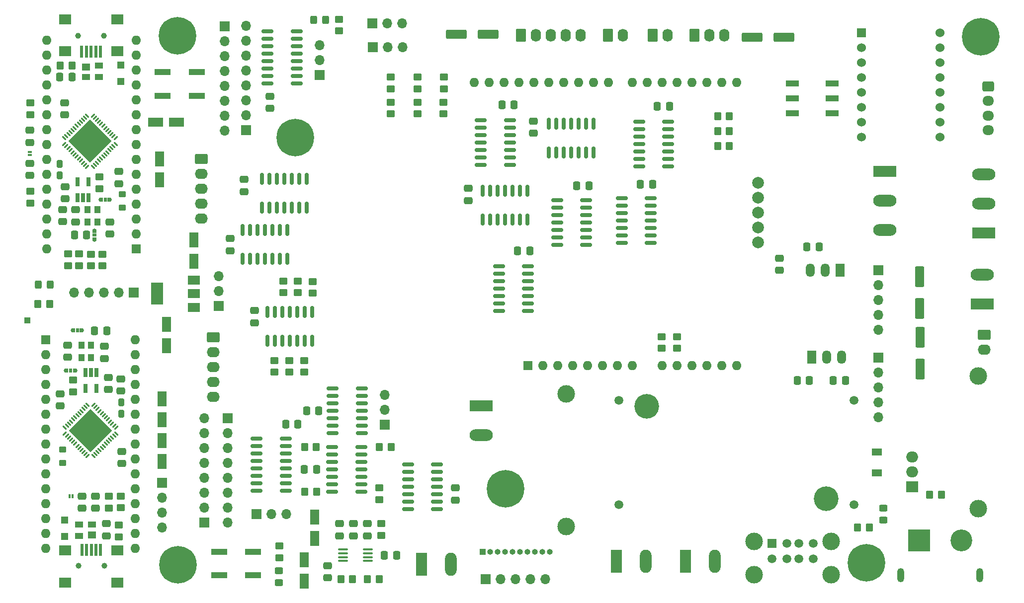
<source format=gbr>
%TF.GenerationSoftware,KiCad,Pcbnew,(6.0.0)*%
%TF.CreationDate,2022-05-16T13:53:17+01:00*%
%TF.ProjectId,RemoteLabs_supervisor_PCB,52656d6f-7465-44c6-9162-735f73757065,rev?*%
%TF.SameCoordinates,Original*%
%TF.FileFunction,Soldermask,Top*%
%TF.FilePolarity,Negative*%
%FSLAX46Y46*%
G04 Gerber Fmt 4.6, Leading zero omitted, Abs format (unit mm)*
G04 Created by KiCad (PCBNEW (6.0.0)) date 2022-05-16 13:53:17*
%MOMM*%
%LPD*%
G01*
G04 APERTURE LIST*
G04 Aperture macros list*
%AMRoundRect*
0 Rectangle with rounded corners*
0 $1 Rounding radius*
0 $2 $3 $4 $5 $6 $7 $8 $9 X,Y pos of 4 corners*
0 Add a 4 corners polygon primitive as box body*
4,1,4,$2,$3,$4,$5,$6,$7,$8,$9,$2,$3,0*
0 Add four circle primitives for the rounded corners*
1,1,$1+$1,$2,$3*
1,1,$1+$1,$4,$5*
1,1,$1+$1,$6,$7*
1,1,$1+$1,$8,$9*
0 Add four rect primitives between the rounded corners*
20,1,$1+$1,$2,$3,$4,$5,0*
20,1,$1+$1,$4,$5,$6,$7,0*
20,1,$1+$1,$6,$7,$8,$9,0*
20,1,$1+$1,$8,$9,$2,$3,0*%
%AMRotRect*
0 Rectangle, with rotation*
0 The origin of the aperture is its center*
0 $1 length*
0 $2 width*
0 $3 Rotation angle, in degrees counterclockwise*
0 Add horizontal line*
21,1,$1,$2,0,0,$3*%
%AMFreePoly0*
4,1,16,0.190500,0.378647,0.305577,0.360421,0.411221,0.306592,0.495061,0.222752,0.548890,0.117108,0.567438,0.000000,0.548890,-0.117108,0.495061,-0.222752,0.411221,-0.306592,0.305577,-0.360421,0.190500,-0.378647,0.190500,-0.380000,-0.190500,-0.380000,-0.190500,0.380000,0.190500,0.380000,0.190500,0.378647,0.190500,0.378647,$1*%
G04 Aperture macros list end*
%ADD10R,1.700000X1.700000*%
%ADD11O,1.700000X1.700000*%
%ADD12RoundRect,0.250000X-0.350000X-0.450000X0.350000X-0.450000X0.350000X0.450000X-0.350000X0.450000X0*%
%ADD13RoundRect,0.250000X-0.475000X0.337500X-0.475000X-0.337500X0.475000X-0.337500X0.475000X0.337500X0*%
%ADD14RoundRect,0.250000X-0.550000X1.050000X-0.550000X-1.050000X0.550000X-1.050000X0.550000X1.050000X0*%
%ADD15RoundRect,0.250000X0.337500X0.475000X-0.337500X0.475000X-0.337500X-0.475000X0.337500X-0.475000X0*%
%ADD16RoundRect,0.250000X-0.725000X0.600000X-0.725000X-0.600000X0.725000X-0.600000X0.725000X0.600000X0*%
%ADD17O,1.950000X1.700000*%
%ADD18RoundRect,0.250000X0.475000X-0.337500X0.475000X0.337500X-0.475000X0.337500X-0.475000X-0.337500X0*%
%ADD19C,3.000000*%
%ADD20RoundRect,0.250000X-0.550000X1.500000X-0.550000X-1.500000X0.550000X-1.500000X0.550000X1.500000X0*%
%ADD21RoundRect,0.150000X0.825000X0.150000X-0.825000X0.150000X-0.825000X-0.150000X0.825000X-0.150000X0*%
%ADD22RoundRect,0.250000X0.450000X-0.350000X0.450000X0.350000X-0.450000X0.350000X-0.450000X-0.350000X0*%
%ADD23R,1.980000X3.960000*%
%ADD24O,1.980000X3.960000*%
%ADD25RoundRect,0.250000X-0.450000X0.350000X-0.450000X-0.350000X0.450000X-0.350000X0.450000X0.350000X0*%
%ADD26FreePoly0,180.000000*%
%ADD27R,0.500000X0.762000*%
%ADD28FreePoly0,0.000000*%
%ADD29R,3.960000X1.980000*%
%ADD30O,3.960000X1.980000*%
%ADD31RoundRect,0.150000X-0.825000X-0.150000X0.825000X-0.150000X0.825000X0.150000X-0.825000X0.150000X0*%
%ADD32RoundRect,0.250000X-0.620000X-0.845000X0.620000X-0.845000X0.620000X0.845000X-0.620000X0.845000X0*%
%ADD33O,1.740000X2.190000*%
%ADD34R,1.700000X1.300000*%
%ADD35R,1.500000X2.300000*%
%ADD36O,1.500000X2.300000*%
%ADD37R,1.000000X1.000000*%
%ADD38O,1.000000X1.000000*%
%ADD39RoundRect,0.250000X-0.845000X0.620000X-0.845000X-0.620000X0.845000X-0.620000X0.845000X0.620000X0*%
%ADD40O,2.190000X1.740000*%
%ADD41RoundRect,0.150000X0.150000X-0.825000X0.150000X0.825000X-0.150000X0.825000X-0.150000X-0.825000X0*%
%ADD42R,1.100000X1.300000*%
%ADD43RoundRect,0.250000X-0.337500X-0.475000X0.337500X-0.475000X0.337500X0.475000X-0.337500X0.475000X0*%
%ADD44RoundRect,0.250000X0.350000X0.450000X-0.350000X0.450000X-0.350000X-0.450000X0.350000X-0.450000X0*%
%ADD45C,0.800000*%
%ADD46C,6.400000*%
%ADD47RoundRect,0.250000X-0.275000X0.400000X-0.275000X-0.400000X0.275000X-0.400000X0.275000X0.400000X0*%
%ADD48RoundRect,0.250000X0.550000X-1.050000X0.550000X1.050000X-0.550000X1.050000X-0.550000X-1.050000X0*%
%ADD49C,4.200000*%
%ADD50C,1.500000*%
%ADD51RoundRect,0.250000X-0.325000X-0.450000X0.325000X-0.450000X0.325000X0.450000X-0.325000X0.450000X0*%
%ADD52RoundRect,0.250000X0.275000X-0.400000X0.275000X0.400000X-0.275000X0.400000X-0.275000X-0.400000X0*%
%ADD53R,1.600000X1.600000*%
%ADD54O,1.600000X1.600000*%
%ADD55R,0.650000X1.560000*%
%ADD56RoundRect,0.250000X0.450000X-0.325000X0.450000X0.325000X-0.450000X0.325000X-0.450000X-0.325000X0*%
%ADD57RoundRect,0.250000X-1.500000X-0.550000X1.500000X-0.550000X1.500000X0.550000X-1.500000X0.550000X0*%
%ADD58R,1.400000X1.200000*%
%ADD59R,1.400000X1.000000*%
%ADD60RoundRect,0.250000X0.550000X-1.500000X0.550000X1.500000X-0.550000X1.500000X-0.550000X-1.500000X0*%
%ADD61R,2.000000X1.500000*%
%ADD62R,2.000000X3.800000*%
%ADD63C,3.716000*%
%ADD64R,3.716000X3.716000*%
%ADD65O,1.200000X2.400000*%
%ADD66RoundRect,0.100000X-0.712500X-0.100000X0.712500X-0.100000X0.712500X0.100000X-0.712500X0.100000X0*%
%ADD67R,2.800000X1.000000*%
%ADD68RoundRect,0.062500X-0.309359X0.220971X0.220971X-0.309359X0.309359X-0.220971X-0.220971X0.309359X0*%
%ADD69RoundRect,0.062500X-0.309359X-0.220971X-0.220971X-0.309359X0.309359X0.220971X0.220971X0.309359X0*%
%ADD70RotRect,5.150000X5.150000X315.000000*%
%ADD71C,1.000000*%
%ADD72R,0.500000X2.000000*%
%ADD73R,2.000000X1.700000*%
%ADD74C,2.000000*%
%ADD75RoundRect,0.250000X-1.050000X-0.550000X1.050000X-0.550000X1.050000X0.550000X-1.050000X0.550000X0*%
%ADD76FreePoly0,270.000000*%
%ADD77R,0.762000X0.500000*%
%ADD78FreePoly0,90.000000*%
%ADD79R,1.200000X1.200000*%
%ADD80R,2.000000X1.905000*%
%ADD81O,2.000000X1.905000*%
%ADD82RoundRect,0.250000X-0.350000X0.275000X-0.350000X-0.275000X0.350000X-0.275000X0.350000X0.275000X0*%
%ADD83RoundRect,0.062500X0.309359X-0.220971X-0.220971X0.309359X-0.309359X0.220971X0.220971X-0.309359X0*%
%ADD84RoundRect,0.062500X0.309359X0.220971X0.220971X0.309359X-0.309359X-0.220971X-0.220971X-0.309359X0*%
%ADD85RotRect,5.150000X5.150000X135.000000*%
%ADD86R,0.306000X0.692500*%
%ADD87R,0.306000X0.698500*%
%ADD88R,2.160000X1.120000*%
%ADD89R,1.500000X1.500000*%
%ADD90RoundRect,0.250000X0.350000X-0.275000X0.350000X0.275000X-0.350000X0.275000X-0.350000X-0.275000X0*%
%ADD91R,1.524000X1.524000*%
%ADD92C,1.524000*%
%ADD93R,0.692500X0.306000*%
%ADD94R,0.698500X0.306000*%
G04 APERTURE END LIST*
D10*
%TO.C,J20*%
X110439200Y-24942800D03*
D11*
X112979200Y-24942800D03*
X115519200Y-24942800D03*
%TD*%
D12*
%TO.C,R11*%
X169291000Y-40843200D03*
X171291000Y-40843200D03*
%TD*%
D13*
%TO.C,C16*%
X58166000Y-52810500D03*
X58166000Y-54885500D03*
%TD*%
%TO.C,C38*%
X90373200Y-73948800D03*
X90373200Y-76023800D03*
%TD*%
D14*
%TO.C,EC4*%
X74676000Y-96062800D03*
X74676000Y-99662800D03*
%TD*%
D15*
%TO.C,C28*%
X134612200Y-38862000D03*
X132537200Y-38862000D03*
%TD*%
D16*
%TO.C,J19*%
X215392000Y-35690800D03*
D17*
X215392000Y-38190800D03*
X215392000Y-40690800D03*
X215392000Y-43190800D03*
%TD*%
D18*
%TO.C,C33*%
X104851200Y-112311000D03*
X104851200Y-110236000D03*
%TD*%
D19*
%TO.C,F2*%
X143510000Y-88138000D03*
X143510000Y-110738000D03*
%TD*%
D20*
%TO.C,EC9*%
X203758800Y-78521600D03*
X203758800Y-83921600D03*
%TD*%
D21*
%TO.C,U7*%
X97572600Y-35179000D03*
X97572600Y-33909000D03*
X97572600Y-32639000D03*
X97572600Y-31369000D03*
X97572600Y-30099000D03*
X97572600Y-28829000D03*
X97572600Y-27559000D03*
X97572600Y-26289000D03*
X92622600Y-26289000D03*
X92622600Y-27559000D03*
X92622600Y-28829000D03*
X92622600Y-30099000D03*
X92622600Y-31369000D03*
X92622600Y-32639000D03*
X92622600Y-33909000D03*
X92622600Y-35179000D03*
%TD*%
D22*
%TO.C,R35*%
X111658400Y-106172000D03*
X111658400Y-104172000D03*
%TD*%
D13*
%TO.C,C18*%
X57708800Y-56692800D03*
X57708800Y-58767800D03*
%TD*%
D23*
%TO.C,J31*%
X152044400Y-116636800D03*
D24*
X157044400Y-116636800D03*
%TD*%
D25*
%TO.C,R4*%
X67665600Y-105562400D03*
X67665600Y-107562400D03*
%TD*%
D26*
%TO.C,JP6*%
X64399669Y-55067200D03*
D27*
X64973200Y-55067200D03*
D28*
X65544700Y-55067200D03*
%TD*%
D29*
%TO.C,J17*%
X197805200Y-50178600D03*
D30*
X197805200Y-55178600D03*
X197805200Y-60178600D03*
%TD*%
D10*
%TO.C,J15*%
X101498400Y-33782000D03*
D11*
X101498400Y-31242000D03*
X101498400Y-28702000D03*
%TD*%
D31*
%TO.C,U10*%
X132043400Y-66344800D03*
X132043400Y-67614800D03*
X132043400Y-68884800D03*
X132043400Y-70154800D03*
X132043400Y-71424800D03*
X132043400Y-72694800D03*
X132043400Y-73964800D03*
X136993400Y-73964800D03*
X136993400Y-72694800D03*
X136993400Y-71424800D03*
X136993400Y-70154800D03*
X136993400Y-68884800D03*
X136993400Y-67614800D03*
X136993400Y-66344800D03*
%TD*%
D32*
%TO.C,J24*%
X158242000Y-27025600D03*
D33*
X160782000Y-27025600D03*
%TD*%
D18*
%TO.C,C4*%
X65481200Y-87376000D03*
X65481200Y-85301000D03*
%TD*%
D12*
%TO.C,R32*%
X98974400Y-104851200D03*
X100974400Y-104851200D03*
%TD*%
D15*
%TO.C,C24*%
X161072600Y-39116000D03*
X158997600Y-39116000D03*
%TD*%
D34*
%TO.C,D1*%
X196392800Y-98072000D03*
X196392800Y-101572000D03*
%TD*%
D35*
%TO.C,U18*%
X190144400Y-67056000D03*
D36*
X187604400Y-67056000D03*
X185064400Y-67056000D03*
%TD*%
D13*
%TO.C,C11*%
X57302400Y-88116500D03*
X57302400Y-90191500D03*
%TD*%
D10*
%TO.C,J9*%
X74625200Y-103286400D03*
D11*
X74625200Y-105826400D03*
X74625200Y-108366400D03*
X74625200Y-110906400D03*
%TD*%
D13*
%TO.C,C40*%
X86258400Y-61671200D03*
X86258400Y-63746200D03*
%TD*%
D32*
%TO.C,J23*%
X150622000Y-26994800D03*
D33*
X153162000Y-26994800D03*
%TD*%
D10*
%TO.C,J14*%
X89001600Y-43180000D03*
D11*
X89001600Y-40640000D03*
X89001600Y-38100000D03*
X89001600Y-35560000D03*
X89001600Y-33020000D03*
X89001600Y-30480000D03*
X89001600Y-27940000D03*
X89001600Y-25400000D03*
%TD*%
D18*
%TO.C,C8*%
X67614800Y-87651500D03*
X67614800Y-85576500D03*
%TD*%
D15*
%TO.C,C10*%
X191051000Y-85852000D03*
X188976000Y-85852000D03*
%TD*%
D23*
%TO.C,J30*%
X163830000Y-116636800D03*
D24*
X168830000Y-116636800D03*
%TD*%
D37*
%TO.C,J32*%
X129250600Y-115062000D03*
D38*
X130520600Y-115062000D03*
X131790600Y-115062000D03*
X133060600Y-115062000D03*
X134330600Y-115062000D03*
X135600600Y-115062000D03*
X136870600Y-115062000D03*
X138140600Y-115062000D03*
X139410600Y-115062000D03*
X140680600Y-115062000D03*
%TD*%
D25*
%TO.C,R39*%
X104800400Y-24282400D03*
X104800400Y-26282400D03*
%TD*%
%TO.C,R21*%
X113588800Y-34153600D03*
X113588800Y-36153600D03*
%TD*%
D39*
%TO.C,J26*%
X83362800Y-78486000D03*
D40*
X83362800Y-81026000D03*
X83362800Y-83566000D03*
X83362800Y-86106000D03*
X83362800Y-88646000D03*
%TD*%
D22*
%TO.C,R27*%
X93827600Y-84434200D03*
X93827600Y-82434200D03*
%TD*%
D41*
%TO.C,U8*%
X129235200Y-58456600D03*
X130505200Y-58456600D03*
X131775200Y-58456600D03*
X133045200Y-58456600D03*
X134315200Y-58456600D03*
X135585200Y-58456600D03*
X136855200Y-58456600D03*
X136855200Y-53506600D03*
X135585200Y-53506600D03*
X134315200Y-53506600D03*
X133045200Y-53506600D03*
X131775200Y-53506600D03*
X130505200Y-53506600D03*
X129235200Y-53506600D03*
%TD*%
D31*
%TO.C,U14*%
X152980300Y-54813200D03*
X152980300Y-56083200D03*
X152980300Y-57353200D03*
X152980300Y-58623200D03*
X152980300Y-59893200D03*
X152980300Y-61163200D03*
X152980300Y-62433200D03*
X157930300Y-62433200D03*
X157930300Y-61163200D03*
X157930300Y-59893200D03*
X157930300Y-58623200D03*
X157930300Y-57353200D03*
X157930300Y-56083200D03*
X157930300Y-54813200D03*
%TD*%
D18*
%TO.C,C34*%
X102870000Y-119481600D03*
X102870000Y-117406600D03*
%TD*%
D42*
%TO.C,X2*%
X63652400Y-58826400D03*
X63652400Y-56726400D03*
X62002400Y-56726400D03*
X62002400Y-58826400D03*
%TD*%
D10*
%TO.C,J29*%
X84328000Y-73137000D03*
D11*
X84328000Y-70597000D03*
X84328000Y-68057000D03*
%TD*%
D43*
%TO.C,C12*%
X95707200Y-93319600D03*
X97782200Y-93319600D03*
%TD*%
D44*
%TO.C,R33*%
X113674400Y-97231200D03*
X111674400Y-97231200D03*
%TD*%
%TO.C,R14*%
X111645200Y-119684800D03*
X109645200Y-119684800D03*
%TD*%
D25*
%TO.C,R3*%
X65633600Y-105578400D03*
X65633600Y-107578400D03*
%TD*%
D13*
%TO.C,C1B1*%
X52171600Y-48818800D03*
X52171600Y-50893800D03*
%TD*%
D23*
%TO.C,J22*%
X118872000Y-117195600D03*
D24*
X123872000Y-117195600D03*
%TD*%
D45*
%TO.C,H5*%
X131449744Y-105989456D03*
X131449744Y-102595344D03*
X134843856Y-102595344D03*
X133146800Y-106692400D03*
D46*
X133146800Y-104292400D03*
D45*
X130746800Y-104292400D03*
X134843856Y-105989456D03*
X135546800Y-104292400D03*
X133146800Y-101892400D03*
%TD*%
D47*
%TO.C,C7*%
X67716400Y-89550600D03*
X67716400Y-91500600D03*
%TD*%
D10*
%TO.C,J21*%
X110540800Y-29057600D03*
D11*
X113080800Y-29057600D03*
X115620800Y-29057600D03*
%TD*%
D15*
%TO.C,C25*%
X137312400Y-63754000D03*
X135237400Y-63754000D03*
%TD*%
D48*
%TO.C,EC6*%
X74269600Y-51663600D03*
X74269600Y-48063600D03*
%TD*%
D49*
%TO.C,A5*%
X157251400Y-90271600D03*
X187782200Y-106019600D03*
D50*
X192506600Y-89204800D03*
X192506600Y-106984800D03*
X152501600Y-89204800D03*
X152501600Y-106984800D03*
%TD*%
D32*
%TO.C,J2*%
X165303200Y-27025600D03*
D33*
X167843200Y-27025600D03*
X170383200Y-27025600D03*
%TD*%
D25*
%TO.C,R30*%
X95300800Y-68884800D03*
X95300800Y-70884800D03*
%TD*%
D13*
%TO.C,C1A1*%
X52171600Y-43187800D03*
X52171600Y-45262800D03*
%TD*%
D25*
%TO.C,R31*%
X97815400Y-68897800D03*
X97815400Y-70897800D03*
%TD*%
D48*
%TO.C,EC3*%
X74676000Y-92579600D03*
X74676000Y-88979600D03*
%TD*%
D41*
%TO.C,U9*%
X140563600Y-47012400D03*
X141833600Y-47012400D03*
X143103600Y-47012400D03*
X144373600Y-47012400D03*
X145643600Y-47012400D03*
X146913600Y-47012400D03*
X148183600Y-47012400D03*
X148183600Y-42062400D03*
X146913600Y-42062400D03*
X145643600Y-42062400D03*
X144373600Y-42062400D03*
X143103600Y-42062400D03*
X141833600Y-42062400D03*
X140563600Y-42062400D03*
%TD*%
D18*
%TO.C,C9*%
X67767200Y-99995900D03*
X67767200Y-97920900D03*
%TD*%
D19*
%TO.C,F1*%
X213715600Y-107696000D03*
X213715600Y-85096000D03*
%TD*%
D25*
%TO.C,R40*%
X59537600Y-85801200D03*
X59537600Y-87801200D03*
%TD*%
D10*
%TO.C,J10*%
X85852000Y-92303600D03*
D11*
X85852000Y-94843600D03*
X85852000Y-97383600D03*
X85852000Y-99923600D03*
X85852000Y-102463600D03*
X85852000Y-105003600D03*
X85852000Y-107543600D03*
X85852000Y-110083600D03*
%TD*%
D13*
%TO.C,C32*%
X107238800Y-110236000D03*
X107238800Y-112311000D03*
%TD*%
D22*
%TO.C,R25*%
X64465200Y-66312800D03*
X64465200Y-64312800D03*
%TD*%
D45*
%TO.C,H1*%
X78963856Y-25430144D03*
X79666800Y-27127200D03*
X78963856Y-28824256D03*
X74866800Y-27127200D03*
X77266800Y-24727200D03*
X77266800Y-29527200D03*
D46*
X77266800Y-27127200D03*
D45*
X75569744Y-25430144D03*
X75569744Y-28824256D03*
%TD*%
D13*
%TO.C,C19*%
X58064400Y-38514200D03*
X58064400Y-40589200D03*
%TD*%
D29*
%TO.C,J16*%
X128981200Y-90148200D03*
D30*
X128981200Y-95148200D03*
%TD*%
D43*
%TO.C,C35*%
X112522000Y-115620800D03*
X114597000Y-115620800D03*
%TD*%
D15*
%TO.C,C20*%
X61815800Y-61010800D03*
X59740800Y-61010800D03*
%TD*%
D29*
%TO.C,J18*%
X214579200Y-60706000D03*
D30*
X214579200Y-55706000D03*
X214579200Y-50706000D03*
%TD*%
D10*
%TO.C,J33*%
X196646800Y-81991200D03*
D11*
X196646800Y-84531200D03*
X196646800Y-87071200D03*
X196646800Y-89611200D03*
X196646800Y-92151200D03*
%TD*%
D45*
%TO.C,H2*%
X79065456Y-115549344D03*
X79768400Y-117246400D03*
X77368400Y-119646400D03*
X77368400Y-114846400D03*
X79065456Y-118943456D03*
X75671344Y-115549344D03*
X74968400Y-117246400D03*
D46*
X77368400Y-117246400D03*
D45*
X75671344Y-118943456D03*
%TD*%
D51*
%TO.C,D9*%
X100482400Y-24384000D03*
X102532400Y-24384000D03*
%TD*%
D25*
%TO.C,R29*%
X100355400Y-68962800D03*
X100355400Y-70962800D03*
%TD*%
D12*
%TO.C,R36*%
X193106800Y-110896400D03*
X195106800Y-110896400D03*
%TD*%
D26*
%TO.C,JP3*%
X58506869Y-84175600D03*
D27*
X59080400Y-84175600D03*
D28*
X59651900Y-84175600D03*
%TD*%
D15*
%TO.C,C43*%
X100974400Y-101041200D03*
X98899400Y-101041200D03*
%TD*%
D22*
%TO.C,R24*%
X62534800Y-66312800D03*
X62534800Y-64312800D03*
%TD*%
%TO.C,R41*%
X64008000Y-53171600D03*
X64008000Y-51171600D03*
%TD*%
D52*
%TO.C,C17*%
X57251600Y-50911400D03*
X57251600Y-48961400D03*
%TD*%
D18*
%TO.C,C21*%
X67259200Y-52294700D03*
X67259200Y-50219700D03*
%TD*%
D53*
%TO.C,A2*%
X70231000Y-63432923D03*
D54*
X70231000Y-60892923D03*
X70231000Y-58352923D03*
X70231000Y-55812923D03*
X70231000Y-53272923D03*
X70231000Y-50732923D03*
X70231000Y-48192923D03*
X70231000Y-45652923D03*
X70231000Y-43112923D03*
X70231000Y-40572923D03*
X70231000Y-38032923D03*
X70231000Y-35492923D03*
X70231000Y-32952923D03*
X70231000Y-30412923D03*
X70231000Y-27872923D03*
X54991000Y-27872923D03*
X54991000Y-30412923D03*
X54991000Y-32952923D03*
X54991000Y-35492923D03*
X54991000Y-38032923D03*
X54991000Y-40572923D03*
X54991000Y-43112923D03*
X54991000Y-45652923D03*
X54991000Y-48192923D03*
X54991000Y-50732923D03*
X54991000Y-53272923D03*
X54991000Y-55812923D03*
X54991000Y-58352923D03*
X54991000Y-60892923D03*
X54991000Y-63432923D03*
%TD*%
D55*
%TO.C,U23*%
X60264000Y-54690000D03*
X61214000Y-54690000D03*
X62164000Y-54690000D03*
X62164000Y-51990000D03*
X60264000Y-51990000D03*
%TD*%
D44*
%TO.C,R6*%
X207384400Y-105359200D03*
X205384400Y-105359200D03*
%TD*%
D56*
%TO.C,D8*%
X94589600Y-120345200D03*
X94589600Y-118295200D03*
%TD*%
D22*
%TO.C,R38*%
X94640400Y-116078000D03*
X94640400Y-114078000D03*
%TD*%
%TO.C,R26*%
X96367600Y-84434200D03*
X96367600Y-82434200D03*
%TD*%
D14*
%TO.C,EC7*%
X98907600Y-116433600D03*
X98907600Y-120033600D03*
%TD*%
D13*
%TO.C,C39*%
X88595200Y-51590400D03*
X88595200Y-53665400D03*
%TD*%
D57*
%TO.C,EC10*%
X124815600Y-26822400D03*
X130215600Y-26822400D03*
%TD*%
D10*
%TO.C,J36*%
X69850000Y-70866000D03*
D11*
X67310000Y-70866000D03*
X64770000Y-70866000D03*
X62230000Y-70866000D03*
X59690000Y-70866000D03*
%TD*%
D13*
%TO.C,C29*%
X126847600Y-53100200D03*
X126847600Y-55175200D03*
%TD*%
D25*
%TO.C,R12*%
X159766000Y-78365600D03*
X159766000Y-80365600D03*
%TD*%
D58*
%TO.C,D4*%
X61722000Y-32387200D03*
D59*
X61722000Y-34107200D03*
X63922000Y-34107200D03*
X63922000Y-32207200D03*
%TD*%
D25*
%TO.C,R7*%
X67310000Y-110522000D03*
X67310000Y-112522000D03*
%TD*%
D58*
%TO.C,D3*%
X62687200Y-112166400D03*
D59*
X62687200Y-110446400D03*
X60487200Y-110446400D03*
X60487200Y-112346400D03*
%TD*%
D60*
%TO.C,EC11*%
X203708000Y-73558400D03*
X203708000Y-68158400D03*
%TD*%
D22*
%TO.C,R1*%
X52222400Y-40522400D03*
X52222400Y-38522400D03*
%TD*%
D15*
%TO.C,C42*%
X101367500Y-91033600D03*
X99292500Y-91033600D03*
%TD*%
D37*
%TO.C,J28*%
X51714400Y-75590400D03*
%TD*%
D25*
%TO.C,R18*%
X113588800Y-38404800D03*
X113588800Y-40404800D03*
%TD*%
D61*
%TO.C,U3*%
X80112400Y-73369200D03*
D62*
X73812400Y-71069200D03*
D61*
X80112400Y-71069200D03*
X80112400Y-68769200D03*
%TD*%
D18*
%TO.C,C3*%
X65176400Y-112318800D03*
X65176400Y-110243800D03*
%TD*%
D15*
%TO.C,C13*%
X59326600Y-34137600D03*
X57251600Y-34137600D03*
%TD*%
D41*
%TO.C,U22*%
X92608400Y-79116200D03*
X93878400Y-79116200D03*
X95148400Y-79116200D03*
X96418400Y-79116200D03*
X97688400Y-79116200D03*
X98958400Y-79116200D03*
X100228400Y-79116200D03*
X100228400Y-74166200D03*
X98958400Y-74166200D03*
X97688400Y-74166200D03*
X96418400Y-74166200D03*
X95148400Y-74166200D03*
X93878400Y-74166200D03*
X92608400Y-74166200D03*
%TD*%
D25*
%TO.C,R19*%
X118211600Y-34153600D03*
X118211600Y-36153600D03*
%TD*%
D12*
%TO.C,R16*%
X105105200Y-119684800D03*
X107105200Y-119684800D03*
%TD*%
D35*
%TO.C,U1*%
X185318400Y-81838800D03*
D36*
X187858400Y-81838800D03*
X190398400Y-81838800D03*
%TD*%
D55*
%TO.C,U2*%
X63520400Y-84523600D03*
X62570400Y-84523600D03*
X61620400Y-84523600D03*
X61620400Y-87223600D03*
X63520400Y-87223600D03*
%TD*%
D22*
%TO.C,R28*%
X98907600Y-84434200D03*
X98907600Y-82434200D03*
%TD*%
D13*
%TO.C,C26*%
X137871200Y-41641800D03*
X137871200Y-43716800D03*
%TD*%
D63*
%TO.C,J3*%
X210820000Y-113080800D03*
D64*
X203620000Y-113080800D03*
D65*
X200470000Y-119080800D03*
X213970000Y-119080800D03*
%TD*%
D66*
%TO.C,U19*%
X105460800Y-114676400D03*
X105460800Y-115326400D03*
X105460800Y-115976400D03*
X105460800Y-116626400D03*
X109685800Y-116626400D03*
X109685800Y-115976400D03*
X109685800Y-115326400D03*
X109685800Y-114676400D03*
%TD*%
D41*
%TO.C,U20*%
X91643200Y-56424600D03*
X92913200Y-56424600D03*
X94183200Y-56424600D03*
X95453200Y-56424600D03*
X96723200Y-56424600D03*
X97993200Y-56424600D03*
X99263200Y-56424600D03*
X99263200Y-51474600D03*
X97993200Y-51474600D03*
X96723200Y-51474600D03*
X95453200Y-51474600D03*
X94183200Y-51474600D03*
X92913200Y-51474600D03*
X91643200Y-51474600D03*
%TD*%
D13*
%TO.C,C2B1*%
X61010800Y-105562400D03*
X61010800Y-107637400D03*
%TD*%
D22*
%TO.C,R23*%
X60553600Y-66294000D03*
X60553600Y-64294000D03*
%TD*%
D39*
%TO.C,J1*%
X81330800Y-48056800D03*
D40*
X81330800Y-50596800D03*
X81330800Y-53136800D03*
X81330800Y-55676800D03*
X81330800Y-58216800D03*
%TD*%
D25*
%TO.C,R2*%
X52222400Y-53594000D03*
X52222400Y-55594000D03*
%TD*%
D67*
%TO.C,SW2*%
X84378800Y-119062000D03*
X90178800Y-119062000D03*
X90178800Y-115062000D03*
X84378800Y-115062000D03*
%TD*%
D53*
%TO.C,A1*%
X54856000Y-78868500D03*
D54*
X54856000Y-81408500D03*
X54856000Y-83948500D03*
X54856000Y-86488500D03*
X54856000Y-89028500D03*
X54856000Y-91568500D03*
X54856000Y-94108500D03*
X54856000Y-96648500D03*
X54856000Y-99188500D03*
X54856000Y-101728500D03*
X54856000Y-104268500D03*
X54856000Y-106808500D03*
X54856000Y-109348500D03*
X54856000Y-111888500D03*
X54856000Y-114428500D03*
X70096000Y-114428500D03*
X70096000Y-111888500D03*
X70096000Y-109348500D03*
X70096000Y-106808500D03*
X70096000Y-104268500D03*
X70096000Y-101728500D03*
X70096000Y-99188500D03*
X70096000Y-96648500D03*
X70096000Y-94108500D03*
X70096000Y-91568500D03*
X70096000Y-89028500D03*
X70096000Y-86488500D03*
X70096000Y-83948500D03*
X70096000Y-81408500D03*
X70096000Y-78868500D03*
%TD*%
D13*
%TO.C,C31*%
X109626400Y-110236000D03*
X109626400Y-112311000D03*
%TD*%
D68*
%TO.C,U4*%
X61995632Y-90011177D03*
X61642079Y-90364730D03*
X61288525Y-90718284D03*
X60934972Y-91071837D03*
X60581419Y-91425390D03*
X60227865Y-91778944D03*
X59874312Y-92132497D03*
X59520758Y-92486051D03*
X59167205Y-92839604D03*
X58813652Y-93193157D03*
X58460098Y-93546711D03*
X58106545Y-93900264D03*
D69*
X58106545Y-94872536D03*
X58460098Y-95226089D03*
X58813652Y-95579643D03*
X59167205Y-95933196D03*
X59520758Y-96286749D03*
X59874312Y-96640303D03*
X60227865Y-96993856D03*
X60581419Y-97347410D03*
X60934972Y-97700963D03*
X61288525Y-98054516D03*
X61642079Y-98408070D03*
X61995632Y-98761623D03*
D68*
X62967904Y-98761623D03*
X63321457Y-98408070D03*
X63675011Y-98054516D03*
X64028564Y-97700963D03*
X64382117Y-97347410D03*
X64735671Y-96993856D03*
X65089224Y-96640303D03*
X65442778Y-96286749D03*
X65796331Y-95933196D03*
X66149884Y-95579643D03*
X66503438Y-95226089D03*
X66856991Y-94872536D03*
D69*
X66856991Y-93900264D03*
X66503438Y-93546711D03*
X66149884Y-93193157D03*
X65796331Y-92839604D03*
X65442778Y-92486051D03*
X65089224Y-92132497D03*
X64735671Y-91778944D03*
X64382117Y-91425390D03*
X64028564Y-91071837D03*
X63675011Y-90718284D03*
X63321457Y-90364730D03*
X62967904Y-90011177D03*
D70*
X62481768Y-94386400D03*
%TD*%
D71*
%TO.C,J7*%
X64806000Y-117444400D03*
X60406000Y-117444400D03*
D72*
X61006000Y-114744400D03*
X61806000Y-114744400D03*
X62606000Y-114744400D03*
X63406000Y-114744400D03*
X64206000Y-114744400D03*
D73*
X58156000Y-120294400D03*
X67056000Y-120294400D03*
X58156000Y-114844400D03*
X67056000Y-114844400D03*
%TD*%
D48*
%TO.C,EC1*%
X80111600Y-65532000D03*
X80111600Y-61932000D03*
%TD*%
D53*
%TO.C,A3*%
X136956800Y-83309520D03*
D54*
X139496800Y-83309520D03*
X142036800Y-83309520D03*
X144576800Y-83309520D03*
X147116800Y-83309520D03*
X149656800Y-83309520D03*
X152196800Y-83309520D03*
X154736800Y-83309520D03*
X159816800Y-83309520D03*
X162356800Y-83309520D03*
X164896800Y-83309520D03*
X167436800Y-83309520D03*
X169976800Y-83309520D03*
X172516800Y-83309520D03*
X172516800Y-35049520D03*
X169976800Y-35049520D03*
X167436800Y-35049520D03*
X164896800Y-35049520D03*
X162356800Y-35049520D03*
X159816800Y-35049520D03*
X157276800Y-35049520D03*
X154736800Y-35049520D03*
X150676800Y-35049520D03*
X148136800Y-35049520D03*
X145596800Y-35049520D03*
X143056800Y-35049520D03*
X140516800Y-35049520D03*
X137976800Y-35049520D03*
X135436800Y-35049520D03*
X132896800Y-35049520D03*
X130356800Y-35049520D03*
X127816800Y-35049520D03*
D74*
X176199800Y-52194520D03*
X176199800Y-54734520D03*
X176199800Y-57274520D03*
X176199800Y-59814520D03*
X176199800Y-62354520D03*
%TD*%
D75*
%TO.C,EC5*%
X73558400Y-41808400D03*
X77158400Y-41808400D03*
%TD*%
D22*
%TO.C,R15*%
X112014000Y-112236000D03*
X112014000Y-110236000D03*
%TD*%
D76*
%TO.C,JP7*%
X63144400Y-61656469D03*
D77*
X63144400Y-61082938D03*
D78*
X63144400Y-60511438D03*
%TD*%
D48*
%TO.C,EC8*%
X100634800Y-112776000D03*
X100634800Y-109176000D03*
%TD*%
D42*
%TO.C,X1*%
X60935600Y-79840400D03*
X60935600Y-81940400D03*
X62585600Y-81940400D03*
X62585600Y-79840400D03*
%TD*%
D79*
%TO.C,D5*%
X67665600Y-34854800D03*
X67665600Y-32054800D03*
%TD*%
D31*
%TO.C,U12*%
X141949400Y-55118000D03*
X141949400Y-56388000D03*
X141949400Y-57658000D03*
X141949400Y-58928000D03*
X141949400Y-60198000D03*
X141949400Y-61468000D03*
X141949400Y-62738000D03*
X146899400Y-62738000D03*
X146899400Y-61468000D03*
X146899400Y-60198000D03*
X146899400Y-58928000D03*
X146899400Y-57658000D03*
X146899400Y-56388000D03*
X146899400Y-55118000D03*
%TD*%
D13*
%TO.C,C41*%
X124612400Y-104140000D03*
X124612400Y-106215000D03*
%TD*%
D80*
%TO.C,Q1*%
X202438000Y-103936800D03*
D81*
X202438000Y-101396800D03*
X202438000Y-98856800D03*
%TD*%
D32*
%TO.C,J25*%
X135788400Y-27025600D03*
D33*
X138328400Y-27025600D03*
X140868400Y-27025600D03*
X143408400Y-27025600D03*
X145948400Y-27025600D03*
%TD*%
D15*
%TO.C,C30*%
X147356600Y-52679600D03*
X145281600Y-52679600D03*
%TD*%
D82*
%TO.C,FB1*%
X57708800Y-97605200D03*
X57708800Y-99905200D03*
%TD*%
D15*
%TO.C,C6*%
X184904200Y-85852000D03*
X182829200Y-85852000D03*
%TD*%
D25*
%TO.C,R13*%
X162407600Y-78365600D03*
X162407600Y-80365600D03*
%TD*%
D41*
%TO.C,U21*%
X88417400Y-65143200D03*
X89687400Y-65143200D03*
X90957400Y-65143200D03*
X92227400Y-65143200D03*
X93497400Y-65143200D03*
X94767400Y-65143200D03*
X96037400Y-65143200D03*
X96037400Y-60193200D03*
X94767400Y-60193200D03*
X93497400Y-60193200D03*
X92227400Y-60193200D03*
X90957400Y-60193200D03*
X89687400Y-60193200D03*
X88417400Y-60193200D03*
%TD*%
D25*
%TO.C,R20*%
X118211600Y-38423600D03*
X118211600Y-40423600D03*
%TD*%
D83*
%TO.C,U6*%
X62868536Y-49434823D03*
X63222089Y-49081270D03*
X63575643Y-48727716D03*
X63929196Y-48374163D03*
X64282749Y-48020610D03*
X64636303Y-47667056D03*
X64989856Y-47313503D03*
X65343410Y-46959949D03*
X65696963Y-46606396D03*
X66050516Y-46252843D03*
X66404070Y-45899289D03*
X66757623Y-45545736D03*
D84*
X66757623Y-44573464D03*
X66404070Y-44219911D03*
X66050516Y-43866357D03*
X65696963Y-43512804D03*
X65343410Y-43159251D03*
X64989856Y-42805697D03*
X64636303Y-42452144D03*
X64282749Y-42098590D03*
X63929196Y-41745037D03*
X63575643Y-41391484D03*
X63222089Y-41037930D03*
X62868536Y-40684377D03*
D83*
X61896264Y-40684377D03*
X61542711Y-41037930D03*
X61189157Y-41391484D03*
X60835604Y-41745037D03*
X60482051Y-42098590D03*
X60128497Y-42452144D03*
X59774944Y-42805697D03*
X59421390Y-43159251D03*
X59067837Y-43512804D03*
X58714284Y-43866357D03*
X58360730Y-44219911D03*
X58007177Y-44573464D03*
D84*
X58007177Y-45545736D03*
X58360730Y-45899289D03*
X58714284Y-46252843D03*
X59067837Y-46606396D03*
X59421390Y-46959949D03*
X59774944Y-47313503D03*
X60128497Y-47667056D03*
X60482051Y-48020610D03*
X60835604Y-48374163D03*
X61189157Y-48727716D03*
X61542711Y-49081270D03*
X61896264Y-49434823D03*
D85*
X62382400Y-45059600D03*
%TD*%
D31*
%TO.C,U5*%
X90757200Y-95758000D03*
X90757200Y-97028000D03*
X90757200Y-98298000D03*
X90757200Y-99568000D03*
X90757200Y-100838000D03*
X90757200Y-102108000D03*
X90757200Y-103378000D03*
X90757200Y-104648000D03*
X95707200Y-104648000D03*
X95707200Y-103378000D03*
X95707200Y-102108000D03*
X95707200Y-100838000D03*
X95707200Y-99568000D03*
X95707200Y-98298000D03*
X95707200Y-97028000D03*
X95707200Y-95758000D03*
%TD*%
D12*
%TO.C,R9*%
X169291000Y-45923200D03*
X171291000Y-45923200D03*
%TD*%
D10*
%TO.C,J27*%
X112572800Y-93355400D03*
D11*
X112572800Y-90815400D03*
X112572800Y-88275400D03*
%TD*%
D10*
%TO.C,J11*%
X90779600Y-108610400D03*
D11*
X93319600Y-108610400D03*
X95859600Y-108610400D03*
%TD*%
D31*
%TO.C,U17*%
X103644400Y-97231200D03*
X103644400Y-98501200D03*
X103644400Y-99771200D03*
X103644400Y-101041200D03*
X103644400Y-102311200D03*
X103644400Y-103581200D03*
X103644400Y-104851200D03*
X108594400Y-104851200D03*
X108594400Y-103581200D03*
X108594400Y-102311200D03*
X108594400Y-101041200D03*
X108594400Y-99771200D03*
X108594400Y-98501200D03*
X108594400Y-97231200D03*
%TD*%
D25*
%TO.C,R17*%
X122631200Y-34153600D03*
X122631200Y-36153600D03*
%TD*%
D10*
%TO.C,J8*%
X81889600Y-110032800D03*
D11*
X81889600Y-107492800D03*
X81889600Y-104952800D03*
X81889600Y-102412800D03*
X81889600Y-99872800D03*
X81889600Y-97332800D03*
X81889600Y-94792800D03*
X81889600Y-92252800D03*
%TD*%
D45*
%TO.C,H6*%
X196362656Y-118638656D03*
X192968544Y-118638656D03*
X196362656Y-115244544D03*
D46*
X194665600Y-116941600D03*
D45*
X194665600Y-114541600D03*
X197065600Y-116941600D03*
X192265600Y-116941600D03*
X192968544Y-115244544D03*
X194665600Y-119341600D03*
%TD*%
D86*
%TO.C,JP10*%
X58928000Y-105613200D03*
D87*
X59436000Y-105613200D03*
%TD*%
D88*
%TO.C,SW1*%
X182042800Y-35255200D03*
X182042800Y-37795200D03*
X182042800Y-40335200D03*
X188772800Y-40335200D03*
X188772800Y-37795200D03*
X188772800Y-35255200D03*
%TD*%
D56*
%TO.C,D6*%
X197510400Y-109644400D03*
X197510400Y-107594400D03*
%TD*%
D45*
%TO.C,H3*%
X215819056Y-28976656D03*
X216522000Y-27279600D03*
D46*
X214122000Y-27279600D03*
D45*
X215819056Y-25582544D03*
X212424944Y-25582544D03*
X214122000Y-29679600D03*
X212424944Y-28976656D03*
X214122000Y-24879600D03*
X211722000Y-27279600D03*
%TD*%
D10*
%TO.C,J34*%
X196646800Y-67061000D03*
D11*
X196646800Y-69601000D03*
X196646800Y-72141000D03*
X196646800Y-74681000D03*
X196646800Y-77221000D03*
%TD*%
D12*
%TO.C,R34*%
X98936900Y-97231200D03*
X100936900Y-97231200D03*
%TD*%
D51*
%TO.C,D7*%
X53576000Y-69469000D03*
X55626000Y-69469000D03*
%TD*%
D31*
%TO.C,U16*%
X103718500Y-87223600D03*
X103718500Y-88493600D03*
X103718500Y-89763600D03*
X103718500Y-91033600D03*
X103718500Y-92303600D03*
X103718500Y-93573600D03*
X103718500Y-94843600D03*
X108668500Y-94843600D03*
X108668500Y-93573600D03*
X108668500Y-92303600D03*
X108668500Y-91033600D03*
X108668500Y-89763600D03*
X108668500Y-88493600D03*
X108668500Y-87223600D03*
%TD*%
D10*
%TO.C,J35*%
X129748200Y-119735600D03*
D11*
X132288200Y-119735600D03*
X134828200Y-119735600D03*
X137368200Y-119735600D03*
X139908200Y-119735600D03*
%TD*%
D18*
%TO.C,C2*%
X179832000Y-67056000D03*
X179832000Y-64981000D03*
%TD*%
D39*
%TO.C,J4*%
X214731600Y-78079600D03*
D40*
X214731600Y-80619600D03*
%TD*%
D31*
%TO.C,U11*%
X128944600Y-41452800D03*
X128944600Y-42722800D03*
X128944600Y-43992800D03*
X128944600Y-45262800D03*
X128944600Y-46532800D03*
X128944600Y-47802800D03*
X128944600Y-49072800D03*
X133894600Y-49072800D03*
X133894600Y-47802800D03*
X133894600Y-46532800D03*
X133894600Y-45262800D03*
X133894600Y-43992800D03*
X133894600Y-42722800D03*
X133894600Y-41452800D03*
%TD*%
D22*
%TO.C,R22*%
X58623200Y-66278000D03*
X58623200Y-64278000D03*
%TD*%
D67*
%TO.C,SW3*%
X74773200Y-33306000D03*
X80573200Y-33306000D03*
X80573200Y-37306000D03*
X74773200Y-37306000D03*
%TD*%
D57*
%TO.C,EC12*%
X175143200Y-27381200D03*
X180543200Y-27381200D03*
%TD*%
D13*
%TO.C,C22*%
X93014800Y-37388800D03*
X93014800Y-39463800D03*
%TD*%
D89*
%TO.C,J5*%
X178584000Y-113643600D03*
D50*
X181084000Y-113643600D03*
X183084000Y-113643600D03*
X185584000Y-113643600D03*
X178584000Y-116263600D03*
X181084000Y-116263600D03*
X183084000Y-116263600D03*
X185584000Y-116263600D03*
D19*
X188654000Y-118973600D03*
X188654000Y-113293600D03*
X175514000Y-118973600D03*
X175514000Y-113293600D03*
%TD*%
D29*
%TO.C,J6*%
X214376000Y-72847200D03*
D30*
X214376000Y-67847200D03*
%TD*%
D31*
%TO.C,U13*%
X155919400Y-41706800D03*
X155919400Y-42976800D03*
X155919400Y-44246800D03*
X155919400Y-45516800D03*
X155919400Y-46786800D03*
X155919400Y-48056800D03*
X155919400Y-49326800D03*
X160869400Y-49326800D03*
X160869400Y-48056800D03*
X160869400Y-46786800D03*
X160869400Y-45516800D03*
X160869400Y-44246800D03*
X160869400Y-42976800D03*
X160869400Y-41706800D03*
%TD*%
D21*
%TO.C,U15*%
X121513600Y-107797600D03*
X121513600Y-106527600D03*
X121513600Y-105257600D03*
X121513600Y-103987600D03*
X121513600Y-102717600D03*
X121513600Y-101447600D03*
X121513600Y-100177600D03*
X116563600Y-100177600D03*
X116563600Y-101447600D03*
X116563600Y-102717600D03*
X116563600Y-103987600D03*
X116563600Y-105257600D03*
X116563600Y-106527600D03*
X116563600Y-107797600D03*
%TD*%
D13*
%TO.C,C23*%
X65735200Y-58826400D03*
X65735200Y-60901400D03*
%TD*%
D45*
%TO.C,H4*%
X99783600Y-44450000D03*
X97383600Y-42050000D03*
X99080656Y-42752944D03*
X97383600Y-46850000D03*
D46*
X97383600Y-44450000D03*
D45*
X99080656Y-46147056D03*
X95686544Y-42752944D03*
X95686544Y-46147056D03*
X94983600Y-44450000D03*
%TD*%
D28*
%TO.C,JP4*%
X60807600Y-77266800D03*
D27*
X60234069Y-77266800D03*
D26*
X59662569Y-77266800D03*
%TD*%
D18*
%TO.C,C2A1*%
X63347600Y-107637400D03*
X63347600Y-105562400D03*
%TD*%
D71*
%TO.C,J13*%
X60365200Y-27132400D03*
X64765200Y-27132400D03*
D72*
X64165200Y-29832400D03*
X63365200Y-29832400D03*
X62565200Y-29832400D03*
X61765200Y-29832400D03*
X60965200Y-29832400D03*
D73*
X58115200Y-29732400D03*
X67015200Y-24282400D03*
X58115200Y-24282400D03*
X67015200Y-29732400D03*
%TD*%
D15*
%TO.C,C27*%
X158227800Y-52374800D03*
X156152800Y-52374800D03*
%TD*%
D18*
%TO.C,C15*%
X64871600Y-82085000D03*
X64871600Y-80010000D03*
%TD*%
D14*
%TO.C,EC2*%
X75438000Y-76301600D03*
X75438000Y-79901600D03*
%TD*%
D79*
%TO.C,D2*%
X58064400Y-109620400D03*
X58064400Y-112420400D03*
%TD*%
D90*
%TO.C,FB2*%
X67919600Y-56402000D03*
X67919600Y-54102000D03*
%TD*%
D13*
%TO.C,C14*%
X58572400Y-79806800D03*
X58572400Y-81881800D03*
%TD*%
D10*
%TO.C,J12*%
X85293200Y-25450800D03*
D11*
X85293200Y-27990800D03*
X85293200Y-30530800D03*
X85293200Y-33070800D03*
X85293200Y-35610800D03*
X85293200Y-38150800D03*
X85293200Y-40690800D03*
X85293200Y-43230800D03*
%TD*%
D22*
%TO.C,R5*%
X122625530Y-40420677D03*
X122625530Y-38420677D03*
%TD*%
D12*
%TO.C,R8*%
X57318400Y-32156400D03*
X59318400Y-32156400D03*
%TD*%
D44*
%TO.C,R37*%
X55499000Y-72771000D03*
X53499000Y-72771000D03*
%TD*%
D91*
%TO.C,A4*%
X193802000Y-26568400D03*
D92*
X193802000Y-29108400D03*
X193802000Y-31648400D03*
X193802000Y-34188400D03*
X193802000Y-36728400D03*
X193802000Y-39268400D03*
X193802000Y-41808400D03*
X193802000Y-44348400D03*
X207137000Y-44348400D03*
X207137000Y-41808400D03*
X207137000Y-39268400D03*
X207137000Y-36728400D03*
X207137000Y-34188400D03*
X207137000Y-31648400D03*
X207137000Y-29108400D03*
X207137000Y-26568400D03*
%TD*%
D15*
%TO.C,C1*%
X186580600Y-63042800D03*
X184505600Y-63042800D03*
%TD*%
D93*
%TO.C,JP9*%
X52171600Y-46888400D03*
D94*
X52171600Y-47396400D03*
%TD*%
D43*
%TO.C,C5*%
X63152200Y-77419200D03*
X65227200Y-77419200D03*
%TD*%
D12*
%TO.C,R10*%
X169291000Y-43383200D03*
X171291000Y-43383200D03*
%TD*%
D13*
%TO.C,C36*%
X59893200Y-56751400D03*
X59893200Y-58826400D03*
%TD*%
M02*

</source>
